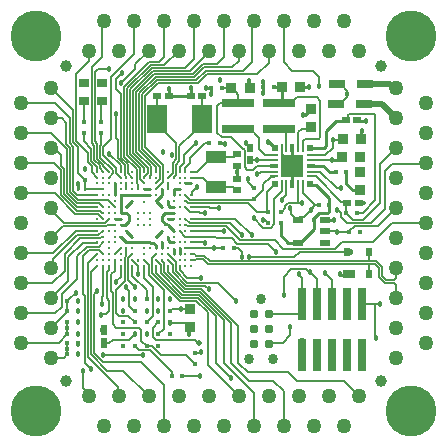
<source format=gtl>
G04*
G04 #@! TF.GenerationSoftware,Altium Limited,Altium Designer,23.0.1 (38)*
G04*
G04 Layer_Physical_Order=1*
G04 Layer_Color=1605085*
%FSLAX25Y25*%
%MOIN*%
G70*
G04*
G04 #@! TF.SameCoordinates,25558F71-17A0-4451-AE4F-E46AD001AD8B*
G04*
G04*
G04 #@! TF.FilePolarity,Positive*
G04*
G01*
G75*
%ADD10C,0.01000*%
%ADD13C,0.00800*%
%ADD15C,0.00500*%
%ADD18R,0.02756X0.02362*%
%ADD19R,0.07087X0.03937*%
%ADD20R,0.01378X0.01772*%
%ADD21R,0.02900X0.11000*%
G04:AMPARAMS|DCode=22|XSize=29mil|YSize=110mil|CornerRadius=7.25mil|HoleSize=0mil|Usage=FLASHONLY|Rotation=0.000|XOffset=0mil|YOffset=0mil|HoleType=Round|Shape=RoundedRectangle|*
%AMROUNDEDRECTD22*
21,1,0.02900,0.09550,0,0,0.0*
21,1,0.01450,0.11000,0,0,0.0*
1,1,0.01450,0.00725,-0.04775*
1,1,0.01450,-0.00725,-0.04775*
1,1,0.01450,-0.00725,0.04775*
1,1,0.01450,0.00725,0.04775*
%
%ADD22ROUNDEDRECTD22*%
%ADD23R,0.01772X0.01378*%
%ADD24R,0.03347X0.03150*%
%ADD25R,0.03347X0.02362*%
%ADD26R,0.03543X0.03740*%
%ADD27R,0.02559X0.01968*%
%ADD28C,0.01457*%
%ADD29R,0.06500X0.09449*%
%ADD30C,0.01200*%
%ADD31R,0.00984X0.01378*%
%ADD32R,0.00787X0.02756*%
%ADD33R,0.02300X0.02300*%
%ADD34R,0.02756X0.00787*%
%ADD35R,0.02300X0.02300*%
%ADD36R,0.01575X0.02756*%
%ADD37R,0.02756X0.01575*%
%ADD38R,0.07480X0.07480*%
%ADD39R,0.02362X0.03347*%
%ADD40R,0.05315X0.02756*%
%ADD41R,0.04331X0.03150*%
%ADD42R,0.02362X0.02756*%
%ADD43R,0.03740X0.03543*%
%ADD44R,0.10630X0.03150*%
%ADD45R,0.01968X0.02559*%
%ADD79C,0.03937*%
%ADD80C,0.03100*%
%ADD81C,0.02000*%
%ADD82C,0.02000*%
%ADD83C,0.00600*%
%ADD84C,0.00500*%
%ADD85C,0.03400*%
%ADD86C,0.05000*%
%ADD87C,0.17000*%
%ADD88C,0.01800*%
D10*
X85700Y117834D02*
X85728Y117862D01*
X85698Y117832D02*
Y117893D01*
X85532Y117811D02*
Y118008D01*
X85698Y117893D02*
Y119304D01*
X85628Y116003D02*
Y117826D01*
Y116003D02*
X85698D01*
X85667Y119335D02*
X85698Y119304D01*
X23972Y32437D02*
Y32500D01*
X23950Y32415D02*
X23972Y32437D01*
X38126Y81912D02*
X40056D01*
X38126Y79905D02*
Y81912D01*
X40056D02*
X40095Y81874D01*
X38126Y75968D02*
Y79905D01*
X39570Y72070D02*
X40900Y73400D01*
X38126Y72031D02*
X38164Y72070D01*
X39570D01*
X40900Y73400D02*
Y75163D01*
X36158Y74000D02*
X38126D01*
X107182Y76102D02*
X107768Y76688D01*
X102500Y70627D02*
Y73637D01*
Y74378D02*
X104225Y76102D01*
X102500Y73637D02*
Y74378D01*
X94062Y66062D02*
X97414D01*
X97935D01*
X104225Y76102D02*
X107182D01*
X97935Y66062D02*
X102500Y70627D01*
X107768Y76688D02*
Y78541D01*
Y80900D01*
X115978Y83632D02*
X117969D01*
X115499D02*
X115545D01*
X113372Y85759D02*
Y89500D01*
Y85759D02*
X115499Y83632D01*
X117886Y79435D02*
Y79526D01*
X117492Y79919D02*
X117886Y79526D01*
Y79435D02*
X119146D01*
X117492D02*
X117886D01*
X119146D02*
X119222Y79512D01*
X117969Y83632D02*
X118100Y83502D01*
Y94400D02*
Y94410D01*
X117999Y94511D02*
X118100Y94410D01*
X118124Y89628D02*
X118198Y89702D01*
X118100Y89604D02*
Y89653D01*
X105662Y91661D02*
X107823Y89500D01*
X109828D01*
X101500Y91661D02*
X105662D01*
X90948Y112848D02*
X92006Y113907D01*
X85698Y117893D02*
X85728Y117862D01*
X71123Y99178D02*
X72765D01*
X72851Y99092D01*
X68244Y117635D02*
X68262Y117653D01*
X66650Y117635D02*
X68244D01*
X66632Y117618D02*
X66650Y117635D01*
X109907Y106599D02*
X113065D01*
X106666Y103358D02*
X109907Y106599D01*
X106666Y98444D02*
Y103358D01*
X90499Y112391D02*
Y112848D01*
X92006Y113907D02*
Y117811D01*
X91638Y68486D02*
Y72701D01*
Y68486D02*
X94062Y66062D01*
X103319Y85350D02*
X107768Y80900D01*
X101709Y85350D02*
X103319D01*
X101303Y85756D02*
X101709Y85350D01*
X61567Y115102D02*
Y117554D01*
X40095Y81874D02*
X44032D01*
X23972Y39500D02*
X23972Y39500D01*
X24003Y85756D02*
X24004Y85755D01*
Y84040D02*
X24004Y84039D01*
X24004Y84040D02*
Y85755D01*
X31962Y119335D02*
X32087D01*
X31895Y119268D02*
X31962Y119335D01*
X25800Y119268D02*
X25867Y119335D01*
X25993D01*
X68262Y115711D02*
Y117653D01*
X89272Y117811D02*
X90499D01*
X54157Y115102D02*
Y117127D01*
Y115102D02*
X61567D01*
X81100Y117756D02*
X81204Y117653D01*
X81100Y117756D02*
Y119890D01*
X106272Y73542D02*
X106343Y73613D01*
X109126D01*
X109196Y73683D01*
X113065Y106599D02*
X113278Y106811D01*
X111507Y55393D02*
X114067D01*
X111400Y55500D02*
X111507Y55393D01*
X114067D02*
X114237Y55563D01*
X98109Y117811D02*
X98404Y118106D01*
X101062D01*
X44032Y81874D02*
X47969D01*
X108733Y93630D02*
X111015D01*
X81447Y97476D02*
Y97772D01*
X79942Y99276D02*
X81447Y97772D01*
X79840Y99276D02*
X79942D01*
X76902Y87543D02*
Y89650D01*
Y87543D02*
X77000Y87445D01*
X76803Y89748D02*
X76902Y89650D01*
X76803Y91467D02*
X77000Y91664D01*
X76803Y89748D02*
Y91467D01*
X91861Y95198D02*
X95398Y91661D01*
X108667Y28542D02*
Y28609D01*
X98954Y108517D02*
X99107Y108670D01*
X99654D02*
X101448Y110464D01*
X99107Y108670D02*
X99654D01*
X118667Y28542D02*
Y28609D01*
X103667Y28542D02*
Y28567D01*
X103700Y28600D01*
X53874Y66913D02*
Y68094D01*
X54661Y66126D02*
X55843D01*
X53874Y66913D02*
X54661Y66126D01*
X55635Y74000D02*
X55667Y74032D01*
X53005Y72400D02*
X53451D01*
X51906Y73500D02*
X53005Y72400D01*
X55667Y74032D02*
Y74068D01*
X51906Y75006D02*
X52830Y75930D01*
X53874Y72031D02*
Y72031D01*
Y72031D02*
X55843Y70063D01*
X53874Y74000D02*
X55635D01*
X51906Y73500D02*
Y75006D01*
X55900Y62388D02*
Y64100D01*
X55881Y62369D02*
X55900Y62388D01*
X51906Y64157D02*
Y66126D01*
X55881Y62227D02*
Y62369D01*
X57811Y62361D02*
Y64157D01*
X54517Y77975D02*
X55804D01*
X51900Y81880D02*
Y83837D01*
Y81880D02*
X51906Y81874D01*
Y81874D02*
Y81874D01*
X51900Y83837D02*
X51906Y83842D01*
X53874Y78618D02*
Y79905D01*
Y78618D02*
X54517Y77975D01*
X53836Y75930D02*
X53874Y75968D01*
X55804Y77975D02*
X55843Y77937D01*
X53874Y75968D02*
X55843D01*
X52830Y75930D02*
X53836D01*
X55843Y62189D02*
X55881Y62227D01*
X55843Y83842D02*
X57811D01*
X55843Y81874D02*
Y83842D01*
X46000D02*
X47969D01*
X42094Y79905D02*
X42100Y79900D01*
X42063Y79905D02*
X42094D01*
X40095Y77937D02*
X42057Y79900D01*
X40095Y75968D02*
X40900Y75163D01*
X49937Y79905D02*
X51906Y77937D01*
X49937Y79905D02*
X51906Y81874D01*
X45893Y83842D02*
X46000D01*
X38126Y75968D02*
X40095D01*
X36158Y81874D02*
Y85811D01*
X40095Y70063D02*
X42063Y68094D01*
X40095Y70063D02*
X40149D01*
X38126Y68094D02*
X40095Y66126D01*
X44032D01*
X47969D01*
X49899Y64196D02*
X49937Y64157D01*
X59780Y85811D02*
X61748D01*
X49937Y68094D02*
X51906Y70063D01*
X49899Y64196D02*
Y65201D01*
X49012Y66088D02*
X49899Y65201D01*
X48007Y66088D02*
X49012D01*
X47969Y66126D02*
X48007Y66088D01*
X38100Y68100D02*
X38120D01*
X38126Y68094D01*
X95398Y85559D02*
Y91306D01*
X111015Y93630D02*
X111897Y94511D01*
X108667Y93621D02*
X108733Y93555D01*
X105789Y97567D02*
X106666Y98444D01*
X101303Y97567D02*
X105789D01*
X101448Y110464D02*
Y110562D01*
X81204Y117653D02*
X81302Y117554D01*
X118340Y100511D02*
Y103031D01*
X118477Y103168D01*
X95398Y91306D02*
Y91661D01*
Y91306D02*
X95445Y91259D01*
X117511Y106711D02*
X120052D01*
X117411Y106811D02*
X117511Y106711D01*
X87533Y99526D02*
X89492Y97567D01*
X87374Y99526D02*
X87533D01*
X95398Y91661D02*
Y97764D01*
D13*
X23950Y28875D02*
X23972Y28896D01*
X23950Y35563D02*
X23972Y35585D01*
Y28896D02*
Y29000D01*
Y35585D02*
Y35648D01*
X122531Y108949D02*
X123000Y108481D01*
X118897Y76101D02*
X123000Y80204D01*
Y108481D01*
X114437Y108949D02*
X122531D01*
X84309Y97178D02*
Y101038D01*
X86283Y95205D02*
X89295D01*
X84309Y97178D02*
X86283Y95205D01*
X110135Y84302D02*
X111752D01*
X104745Y89693D02*
X110135Y84302D01*
X101500Y88118D02*
X103390D01*
X111741Y79766D01*
X113084Y79287D02*
Y79555D01*
X112873Y79766D02*
X113084Y79555D01*
X111741Y79766D02*
X112873D01*
X92123Y113623D02*
X96016D01*
X96947Y114554D01*
X90948Y112448D02*
X92123Y113623D01*
X90948Y112448D02*
X91032D01*
X75200Y117653D02*
X76571Y116281D01*
Y116183D02*
Y116281D01*
Y116183D02*
X77420Y115334D01*
X71805Y117653D02*
X75200D01*
X77420Y112848D02*
Y115334D01*
X77214Y112642D02*
X77420Y112848D01*
X96947Y114554D02*
X103449D01*
X104745Y113258D01*
X70391Y102753D02*
Y111659D01*
X71374Y112642D02*
X77214D01*
X70391Y111659D02*
X71374Y112642D01*
X70391Y102753D02*
X71873Y101271D01*
X75099D01*
X78598Y97772D01*
X55432Y44030D02*
X58393D01*
X54661Y43437D02*
X54839D01*
X55432Y44030D01*
X104745Y101271D02*
Y113258D01*
X104181Y100707D02*
X104745Y101271D01*
X99646Y100707D02*
X104181D01*
X98941Y97764D02*
Y100003D01*
X99646Y100707D01*
X111455Y118800D02*
X113475Y116780D01*
Y115520D02*
X113667Y115711D01*
X113475Y114554D02*
Y115520D01*
Y115903D02*
Y116780D01*
X111243Y112321D02*
X113475Y114554D01*
Y115903D02*
X113667Y115711D01*
X110176Y118800D02*
X111455D01*
X109963Y112321D02*
X111243D01*
X54661Y39500D02*
X54764Y39397D01*
X34447Y32515D02*
X35533Y33600D01*
X40887D02*
X42850Y35563D01*
X35533Y33600D02*
X40887D01*
X32500Y32515D02*
X34447D01*
X78598Y97772D02*
X78662D01*
X79562Y96871D01*
Y91169D02*
Y96871D01*
Y91169D02*
X80355Y90376D01*
X83724Y91661D02*
X89295D01*
X82439Y90376D02*
X83724Y91661D01*
X80355Y90376D02*
X82439D01*
X113969Y108481D02*
X114437Y108949D01*
X113969Y107207D02*
Y108481D01*
X113573Y106811D02*
X113969Y107207D01*
X113278Y106811D02*
X113573D01*
X116804Y76101D02*
X118897D01*
X90948Y104187D02*
X92254D01*
X93429Y103012D01*
Y97764D02*
Y103012D01*
X83600Y93630D02*
X89295D01*
X81553D02*
X83600D01*
X81447Y93736D02*
X81553Y93630D01*
X77420Y104187D02*
X81160D01*
X84309Y101038D01*
X98733Y28609D02*
X98941D01*
X98667Y28542D02*
X98733Y28609D01*
X61000Y35500D02*
Y35506D01*
X61142Y35648D01*
Y37715D01*
X61354Y37927D01*
X54764Y39397D02*
X59983D01*
X61354Y38026D01*
Y37927D02*
Y38026D01*
X58393Y44030D02*
X61354D01*
X101500Y89693D02*
X104745D01*
X101509Y93621D02*
X108667D01*
X91861Y95198D02*
Y97757D01*
D15*
X27500Y126500D02*
Y130000D01*
X23312Y122312D02*
X27500Y126500D01*
X28541Y124541D02*
X32007Y128007D01*
Y139507D01*
X28541Y99264D02*
Y124541D01*
X23312Y100086D02*
Y122312D01*
X25600Y17552D02*
Y23300D01*
Y17552D02*
X27500Y15652D01*
Y15000D02*
Y15652D01*
X113452Y72542D02*
X121619D01*
X126300Y77223D02*
Y89823D01*
X121619Y72542D02*
X126300Y77223D01*
X31720Y42248D02*
X33234D01*
X40716Y41635D02*
X42850Y39500D01*
X44976Y33438D02*
X46787Y31626D01*
X44305Y37770D02*
X44976Y37099D01*
X31488Y42016D02*
X31720Y42248D01*
X37645Y41635D02*
X40716D01*
X36776Y42503D02*
Y50409D01*
X44976Y33438D02*
Y37099D01*
X36776Y42503D02*
X37645Y41635D01*
X38426Y119268D02*
X42990Y123832D01*
X36776Y120580D02*
X38704Y122508D01*
X42500Y128800D02*
Y140000D01*
X35000Y100582D02*
Y121300D01*
X38704Y122508D02*
Y122599D01*
X35000Y121300D02*
X42500Y128800D01*
X59508Y124268D02*
X62500Y127260D01*
Y140000D01*
X118856Y73542D02*
X124750Y79435D01*
X128777Y92300D02*
X139800D01*
X126300Y89823D02*
X128777Y92300D01*
X124750Y92250D02*
X130000Y97500D01*
X124750Y79435D02*
Y92250D01*
X129290Y53500D02*
X130000Y54210D01*
X125179Y55036D02*
Y57986D01*
X123372Y59793D02*
X125179Y57986D01*
Y55036D02*
X126714Y53500D01*
X129290D01*
X112494Y20006D02*
X117500Y15000D01*
X93970Y22853D02*
X96816Y20006D01*
X112494D01*
X81605Y80289D02*
X82092D01*
X82531Y80728D01*
X81603Y80287D02*
X81605Y80289D01*
X61366Y80287D02*
X81603D01*
X44862Y26238D02*
X52500Y18600D01*
Y5000D02*
Y18600D01*
X32295Y26238D02*
X44862D01*
X50071Y55920D02*
X58341Y47650D01*
X50071Y55920D02*
Y58118D01*
X63437Y46650D02*
X67225Y42861D01*
X64265Y48650D02*
X72500Y40415D01*
X48587Y55990D02*
X57927Y46650D01*
X63851Y47650D02*
X69866Y41635D01*
X49937Y58252D02*
X50071Y58118D01*
X58341Y47650D02*
X63851D01*
X57927Y46650D02*
X63437D01*
X58756Y48650D02*
X64265D01*
X69866Y25834D02*
Y41635D01*
X51524Y55881D02*
X58756Y48650D01*
X67225Y25275D02*
Y42861D01*
X48587Y55990D02*
Y60839D01*
X18631Y44741D02*
Y48956D01*
X23600Y53925D01*
Y61505D01*
X32409Y97991D02*
X35000Y100582D01*
X28541Y99264D02*
X29409Y98396D01*
X113359Y76199D02*
Y79287D01*
X113260Y76101D02*
X113359Y76199D01*
X113260Y75904D02*
Y76101D01*
X111804Y66126D02*
X122326D01*
X92390Y64044D02*
X109722D01*
X111804Y66126D01*
X57811Y70063D02*
X59774Y68100D01*
X69776D01*
X75322Y67485D02*
X77070Y65737D01*
X70391Y67485D02*
X75322D01*
X69776Y68100D02*
X70391Y67485D01*
X76349Y74000D02*
X81900Y68449D01*
X61748Y74000D02*
X76349D01*
X65593Y60635D02*
X67435Y58793D01*
X120778D01*
X67849Y59793D02*
X120937D01*
X66007Y61635D02*
X67849Y59793D01*
X63437Y61635D02*
X66007D01*
X63437Y60635D02*
X65593D01*
X66983Y122268D02*
X83770D01*
X87500Y125998D02*
Y130000D01*
X83770Y122268D02*
X87500Y125998D01*
X78875Y123374D02*
X81900Y126399D01*
X63353Y120268D02*
X66460Y123374D01*
X78875D01*
X63982Y119268D02*
X66983Y122268D01*
X16134Y82500D02*
X23107Y75527D01*
X32031Y75968D02*
X32221D01*
X31413Y76587D02*
X32031Y75968D01*
X23461Y76587D02*
X31413D01*
X23107Y75527D02*
X30634D01*
X32161Y74000D01*
X18250Y81798D02*
X23461Y76587D01*
X70680Y52650D02*
X76600Y46730D01*
X64568Y76095D02*
X65951D01*
X66200Y75846D01*
X46447Y97804D02*
Y115056D01*
X52287Y86193D02*
Y91964D01*
X46447Y97804D02*
X52287Y91964D01*
X43447Y96423D02*
Y116298D01*
X40570Y89273D02*
Y92229D01*
X38126Y89748D02*
Y91844D01*
X42447Y96009D02*
Y116713D01*
X38447Y94352D02*
X40570Y92229D01*
X40447Y95180D02*
X44600Y91027D01*
X45943Y89805D02*
X46000Y89748D01*
X42447Y96009D02*
X47350Y91106D01*
X39570Y88494D02*
Y91815D01*
X38447Y94352D02*
Y115711D01*
X37263Y94121D02*
Y100311D01*
X43447Y96423D02*
X48350Y91520D01*
X41447Y95595D02*
X45943Y91098D01*
Y89805D02*
Y91098D01*
X44447Y96837D02*
Y115884D01*
X45447Y97251D02*
X51287Y91411D01*
X44600Y87211D02*
Y91027D01*
X39447Y94766D02*
X43539Y90674D01*
X51287Y87161D02*
Y91411D01*
X47350Y89189D02*
Y91106D01*
X45447Y97251D02*
Y115470D01*
X41447Y95595D02*
Y117127D01*
X43539Y85914D02*
Y90674D01*
X44447Y96837D02*
X49937Y91347D01*
X48350Y88775D02*
Y91520D01*
X37263Y94121D02*
X39570Y91815D01*
X49937Y89748D02*
Y91347D01*
X40447Y95180D02*
Y117541D01*
X39447Y94766D02*
Y117955D01*
X34447Y95523D02*
X38126Y91844D01*
X34447Y95523D02*
Y95681D01*
X49937Y83842D02*
X52287Y86193D01*
X57811Y91126D02*
X59170Y92485D01*
Y95140D02*
X63437Y99406D01*
X59170Y92485D02*
Y95140D01*
X59780Y89748D02*
Y91094D01*
X61354Y92669D02*
Y94196D01*
X59780Y91094D02*
X61354Y92669D01*
Y94196D02*
X66336Y99178D01*
X67580D01*
X98497Y103955D02*
X100943D01*
X101448Y104460D01*
X81900Y126399D02*
Y139400D01*
X77500Y126744D02*
Y130000D01*
X75355Y124599D02*
X77500Y126744D01*
X66098Y124599D02*
X75355D01*
X65684Y125599D02*
X70258D01*
X62352Y122268D02*
X65684Y125599D01*
X70258D02*
X72500Y127841D01*
X62766Y121268D02*
X66098Y124599D01*
X89438Y80702D02*
X91854Y83119D01*
Y85559D01*
X89438Y79219D02*
Y80702D01*
X101744Y76933D02*
Y77320D01*
X102173Y77749D01*
Y77803D02*
X103030Y78660D01*
X102173Y77749D02*
Y77803D01*
X103030Y78660D02*
X104106D01*
X98941Y82749D02*
Y85559D01*
Y82749D02*
X103030Y78660D01*
X104106D02*
X104225Y78541D01*
X99249Y74473D02*
X101710Y76933D01*
X97725Y74473D02*
X99249D01*
X97493Y74241D02*
X97725Y74473D01*
X94937Y75527D02*
X96922Y73542D01*
X94937Y75527D02*
Y77388D01*
X111507Y74487D02*
X113452Y72542D01*
X110575Y76933D02*
X111507Y76002D01*
Y74487D02*
Y76002D01*
X110380Y76933D02*
X110575D01*
X113260Y75904D02*
X115622Y73542D01*
X118856D01*
X122326Y66126D02*
X128700Y72500D01*
X130000Y47500D02*
Y51790D01*
X126300Y52500D02*
X129290D01*
X130000Y51790D01*
Y54210D02*
Y57500D01*
X124179Y54621D02*
X126300Y52500D01*
X124179Y54621D02*
Y57500D01*
X122886Y58793D02*
X124179Y57500D01*
X120778Y58793D02*
X122886D01*
X120937Y59793D02*
X123372D01*
X77411Y64200D02*
X78518Y63093D01*
X82750Y61404D02*
X83000Y61154D01*
X81100Y61443D02*
X81138Y61404D01*
X83000Y61154D02*
X96017D01*
X78518Y61523D02*
X78598Y61443D01*
X78518Y61523D02*
Y63093D01*
X120778Y58793D02*
X120937Y58634D01*
X81138Y61404D02*
X82750D01*
X120937Y55563D02*
Y58634D01*
Y59793D02*
Y63044D01*
X96017Y61154D02*
X97906Y63044D01*
X87257Y65737D02*
X90090Y62905D01*
X62882Y62189D02*
X63437Y61635D01*
X61748Y62189D02*
X62882D01*
X63022Y60220D02*
X63437Y60635D01*
X61748Y60220D02*
X63022D01*
X118667Y45542D02*
X118709Y45500D01*
X123000D01*
X124600D01*
X123000Y34500D02*
Y45500D01*
X123000Y45500D02*
X123000Y45500D01*
X94688Y35250D02*
Y37927D01*
X87938Y32754D02*
X92191D01*
X94688Y35250D01*
X87600Y32415D02*
X87938Y32754D01*
X36158Y62189D02*
X38126Y64157D01*
X36776Y50409D02*
X39520Y53153D01*
X5000Y102500D02*
X15100D01*
X20250Y97350D01*
X31409Y94437D02*
Y98405D01*
X32409Y95230D02*
Y97991D01*
X31773Y98769D02*
Y102688D01*
X31409Y98405D02*
X31773Y98769D01*
X29663Y99808D02*
Y122910D01*
X30409Y93960D02*
Y99063D01*
X29663Y99808D02*
X30409Y99063D01*
X29409Y93546D02*
Y98396D01*
X25800Y99943D02*
Y102657D01*
Y99943D02*
X28409Y97334D01*
Y93131D02*
Y97334D01*
X29663Y122910D02*
X30745Y123992D01*
X34107D01*
X28409Y93131D02*
X30118Y91422D01*
X32409Y95230D02*
X36776Y90863D01*
X29409Y93546D02*
X31118Y91836D01*
X30409Y93960D02*
X32298Y92071D01*
X31409Y94437D02*
X35539Y90307D01*
X27316Y92810D02*
X28541Y91585D01*
X27316Y92810D02*
Y96082D01*
X23312Y100086D02*
X27316Y96082D01*
X36776Y89130D02*
Y90863D01*
X28541Y89490D02*
Y91585D01*
X92500Y54697D02*
X95058Y57255D01*
X100061D01*
X77070Y65737D02*
X87257D01*
X77991Y66799D02*
X89635D01*
X92390Y64044D01*
X74661Y72500D02*
X78675Y68486D01*
Y68449D02*
Y68486D01*
X73290Y71500D02*
X77991Y66799D01*
X72287Y70063D02*
X72500Y69850D01*
X61748Y70063D02*
X72287D01*
X60501Y71500D02*
X73290D01*
X61279Y72500D02*
X74661D01*
X61748Y77937D02*
X67611D01*
X67911Y77637D01*
X55461Y92475D02*
X56775Y93789D01*
Y99264D01*
X62407Y102780D02*
X65408Y105780D01*
X62304Y102780D02*
X62407D01*
X57775Y93375D02*
Y98251D01*
X62304Y102780D01*
X65408Y105780D02*
Y107254D01*
X53447Y102592D02*
X56775Y99264D01*
X53447Y102592D02*
Y104254D01*
X56461Y92061D02*
X57775Y93375D01*
X56461Y88587D02*
Y92061D01*
X50417Y107284D02*
X53447Y104254D01*
X42990Y123832D02*
Y125490D01*
X47500Y130000D01*
X52500Y127800D02*
Y140000D01*
X50968Y126268D02*
X52500Y127800D01*
X72500Y127841D02*
Y140000D01*
X92500Y126319D02*
Y140000D01*
Y126319D02*
X95445Y123374D01*
X102244D01*
X104227Y121391D01*
Y118313D02*
Y121391D01*
X124042Y71542D02*
X130000Y77500D01*
X116135Y71542D02*
X124042D01*
X38126Y54765D02*
Y58252D01*
X36650Y53289D02*
X38126Y54765D01*
X34189Y56945D02*
Y58252D01*
X33635Y56391D02*
X34189Y56945D01*
X33635Y47506D02*
Y56391D01*
Y47506D02*
X34411Y46730D01*
X36650Y52937D02*
Y53289D01*
X35000Y50005D02*
Y55563D01*
Y50005D02*
X35650Y49355D01*
X35000Y55563D02*
X36158Y56721D01*
X46000Y54285D02*
X48968Y51317D01*
Y41681D02*
Y51317D01*
X46000Y54285D02*
Y58252D01*
X42063Y54848D02*
Y58252D01*
X46787Y47374D02*
Y50123D01*
X42063Y54848D02*
X46787Y50123D01*
X44032Y55600D02*
Y58252D01*
X52524Y37363D02*
Y50183D01*
X47587Y55120D02*
X52524Y50183D01*
X46787Y39500D02*
X48968Y41681D01*
X46787Y43413D02*
Y43437D01*
Y43413D02*
X46800Y43400D01*
X48968Y34462D02*
Y37744D01*
X50724Y39500D01*
X74900Y26084D02*
Y39429D01*
X80984Y20000D02*
X89091D01*
X74900Y26084D02*
X80984Y20000D01*
X60007Y51650D02*
X66427D01*
X67504Y50572D01*
X57811Y56817D02*
Y58252D01*
X60329Y54300D02*
X64862D01*
X57811Y56817D02*
X60329Y54300D01*
X55461Y56195D02*
Y58634D01*
X60421Y52650D02*
X70680D01*
X56461Y56609D02*
Y59661D01*
X59592Y50650D02*
X65093D01*
X52524Y56295D02*
Y59412D01*
X51524Y55881D02*
Y58634D01*
X55461Y56195D02*
X60007Y51650D01*
X53874Y56368D02*
Y58252D01*
X56461Y56609D02*
X60421Y52650D01*
X59170Y49650D02*
X64679D01*
X53874Y56368D02*
X59592Y50650D01*
X52524Y56295D02*
X59170Y49650D01*
X47587Y55120D02*
Y58634D01*
X53874Y60220D02*
X55461Y58634D01*
X53933Y62189D02*
X56461Y59661D01*
X53874Y62189D02*
X53933D01*
X22353Y83351D02*
Y98075D01*
X21162Y99266D02*
Y106088D01*
X20250Y82626D02*
Y97350D01*
X20112Y98902D02*
X21250Y97764D01*
X21162Y99266D02*
X22353Y98075D01*
X18631Y107500D02*
X20112Y106018D01*
X21250Y83040D02*
Y97764D01*
X20112Y98902D02*
Y106018D01*
X28316Y28803D02*
X33719Y23400D01*
X39100D01*
X47500Y15000D01*
X35650Y38897D02*
X36776Y37770D01*
X35650Y38897D02*
Y49355D01*
X40100Y51048D02*
Y51400D01*
X41056Y44987D02*
X42606Y43437D01*
X41056Y44987D02*
Y50092D01*
X40100Y51048D02*
X41056Y50092D01*
X101094Y56222D02*
X101362D01*
X100061Y57255D02*
X101094Y56222D01*
X98667Y45542D02*
Y54438D01*
X97500Y55604D02*
Y55605D01*
X101362Y56222D02*
X103667Y53917D01*
X97500Y55604D02*
X98667Y54438D01*
X75972Y64200D02*
X77411D01*
X92006Y80629D02*
X93429Y82051D01*
Y85559D01*
X92006Y80287D02*
Y80629D01*
X95740Y79225D02*
X97414D01*
X94004Y79287D02*
X95678D01*
X94688Y77637D02*
X94937Y77388D01*
X93038Y77448D02*
Y78320D01*
X95678Y79287D02*
X95740Y79225D01*
X97414D02*
Y85511D01*
X91835Y76245D02*
X93038Y77448D01*
Y78320D02*
X94004Y79287D01*
X97414Y79225D02*
X98631D01*
X61354Y76362D02*
X64300D01*
X64568Y76095D01*
X16297Y112500D02*
X21162Y107635D01*
X15000Y107500D02*
X18631D01*
X21162Y106088D02*
Y107635D01*
X34107Y123992D02*
X34151Y123948D01*
X26404Y84039D02*
X26601Y83842D01*
X32221D01*
Y48240D02*
Y58252D01*
X32194Y28672D02*
X32266Y28600D01*
X45477D01*
X31841Y47861D02*
X32221Y48240D01*
X31841Y45500D02*
Y47861D01*
X33234Y42248D02*
X34411Y43425D01*
Y46730D01*
X29316Y29217D02*
Y48856D01*
X30118Y49658D02*
Y49799D01*
X29316Y48856D02*
X30118Y49658D01*
X27316Y59253D02*
X30252Y62189D01*
X27316Y28006D02*
Y59253D01*
X26316Y25942D02*
X28158Y24100D01*
X25700Y48956D02*
X26316Y48340D01*
X27316Y28006D02*
X37365Y17957D01*
X28316Y56316D02*
X30252Y58252D01*
X28316Y28803D02*
Y56316D01*
X29316Y29217D02*
X32295Y26238D01*
X26316Y25942D02*
Y48340D01*
X48968Y34462D02*
X49830Y33600D01*
X62876D02*
X63961Y32515D01*
X64265D01*
X49830Y33600D02*
X62876D01*
X59959Y28600D02*
X62831Y25728D01*
X51660Y28600D02*
X59959D01*
X62831Y25728D02*
X63028D01*
X46787Y31626D02*
X48634D01*
X51660Y28600D01*
X44329Y30148D02*
X47918D01*
X55223Y22843D01*
Y21505D02*
Y22843D01*
X45477Y28600D02*
X45579Y28498D01*
X58772Y21500D02*
X64679D01*
X55223Y21505D02*
X55228Y21500D01*
X42850Y31626D02*
X44329Y30148D01*
X37365Y15135D02*
X37500Y15000D01*
X37365Y15135D02*
Y17957D01*
X21068Y47285D02*
X23134Y49351D01*
X20867Y47285D02*
X21068D01*
X20428Y46650D02*
Y46847D01*
X20867Y47285D01*
X20428Y43139D02*
Y46650D01*
Y30707D02*
Y32500D01*
Y29000D02*
Y30707D01*
Y28803D02*
Y29000D01*
X20428Y32500D02*
X20428Y32500D01*
Y37534D02*
Y39500D01*
Y35648D02*
Y37534D01*
Y35451D02*
Y35648D01*
X20428Y39500D02*
X20428Y39500D01*
X16390Y42500D02*
X18631Y44741D01*
X27752Y63539D02*
X30871D01*
X25700Y61487D02*
X27752Y63539D01*
X23600Y61505D02*
X26795Y64700D01*
X30795D01*
X20650Y53150D02*
Y61154D01*
X25497Y66001D01*
X30127D01*
X24775Y67485D02*
X31421D01*
X19632Y62342D02*
X24775Y67485D01*
X15717Y62500D02*
X23280Y70063D01*
X30252D01*
X15000Y67500D02*
X19100Y71600D01*
X33203D01*
X19431Y72600D02*
X32789D01*
X15000Y77031D02*
X19431Y72600D01*
X26404Y84039D02*
Y86986D01*
X26336Y87055D02*
X26404Y86986D01*
X22353Y83351D02*
X23697Y82008D01*
X15000Y77031D02*
Y77500D01*
X18250Y91711D02*
Y95279D01*
X15000Y97500D02*
X16029D01*
X18250Y95279D01*
X5300Y112500D02*
X16297D01*
X90499Y117811D02*
X92006D01*
X55843Y87779D02*
Y87969D01*
X56461Y88587D01*
X55461Y89367D02*
Y92475D01*
X53874Y87779D02*
X55461Y89367D01*
X50417Y107284D02*
Y115102D01*
X65307Y107355D02*
Y115102D01*
Y107355D02*
X65408Y107254D01*
X139800Y92300D02*
X140000Y92500D01*
X114395Y69605D02*
Y69802D01*
X116135Y71542D01*
X110308Y69605D02*
X114395D01*
X115044Y63044D02*
X115100Y63100D01*
X113450Y63044D02*
X115044D01*
X36650Y100925D02*
Y108949D01*
Y100925D02*
X37263Y100311D01*
X39447Y117955D02*
X47759Y126268D01*
X40447Y117541D02*
X48174Y125268D01*
X41447Y117127D02*
X48588Y124268D01*
X44447Y115884D02*
X49830Y121268D01*
X45447Y115470D02*
X50245Y120268D01*
X36776Y117382D02*
X38447Y115711D01*
X43447Y116298D02*
X49416Y122268D01*
X46447Y115056D02*
X50659Y119268D01*
X42447Y116713D02*
X49002Y123268D01*
X36776Y117382D02*
Y120580D01*
Y89130D02*
X38126Y87779D01*
X35539Y89130D02*
Y90307D01*
X34189Y87779D02*
X35539Y89130D01*
X32007Y139507D02*
X32500Y140000D01*
X31118Y90851D02*
Y91836D01*
X30118Y89882D02*
X30252Y89748D01*
X32298Y91639D02*
X34189Y89748D01*
X31118Y90851D02*
X32221Y89748D01*
X32298Y91639D02*
Y92071D01*
X30118Y89882D02*
Y91422D01*
X48588Y124268D02*
X59508D01*
X49830Y121268D02*
X62766D01*
X47759Y126268D02*
X50968D01*
X50659Y119268D02*
X63982D01*
X49416Y122268D02*
X62352D01*
X50245Y120268D02*
X63353D01*
X49002Y123268D02*
X61216D01*
X48174Y125268D02*
X52768D01*
X61216Y123268D02*
X67500Y129552D01*
Y130000D01*
X81900Y139400D02*
X82500Y140000D01*
X52768Y125268D02*
X57500Y130000D01*
X39570Y88494D02*
X40095Y87969D01*
X40570Y89273D02*
X42063Y87779D01*
X40095D02*
Y87969D01*
X43539Y85914D02*
X44032Y85422D01*
X44600Y87211D02*
X46000Y85811D01*
X28541Y89490D02*
X30252Y87779D01*
X19250Y82212D02*
Y90711D01*
X18250Y91711D02*
X19250Y90711D01*
X16047Y92500D02*
X18250Y90297D01*
Y81798D02*
Y90297D01*
X23589Y79287D02*
X30871D01*
X20250Y82626D02*
X23589Y79287D01*
X19250Y82212D02*
X23525Y77937D01*
X23697Y82008D02*
X30118D01*
X24003Y80287D02*
X33808D01*
X5000Y82500D02*
X16134D01*
X21250Y83040D02*
X24003Y80287D01*
X23525Y77937D02*
X30252D01*
X20428Y42942D02*
Y43139D01*
X15000Y37500D02*
Y37514D01*
X20428Y42942D01*
X17477Y32500D02*
X20428Y35451D01*
X5000Y32500D02*
X17477D01*
X15000Y27500D02*
X19125D01*
X20428Y28803D01*
X20428Y46650D02*
X20428Y46650D01*
X25700Y48956D02*
Y61487D01*
X30127Y66001D02*
X30252Y66126D01*
X5000Y42500D02*
X16390D01*
X15000Y47500D02*
X20650Y53150D01*
X30871Y63539D02*
X32221Y62189D01*
X5000Y52500D02*
X15436D01*
X19632Y56696D01*
Y62342D01*
X15640Y60750D02*
X23491Y68602D01*
X31421Y67485D02*
X32031Y68094D01*
X32221D01*
X30759Y68602D02*
X32221Y70063D01*
X23491Y68602D02*
X30759D01*
X15640Y58139D02*
Y60750D01*
X15000Y57500D02*
X15640Y58139D01*
X5000Y62500D02*
X15717D01*
X33203Y71600D02*
X33635Y72031D01*
X32789Y72600D02*
X34189Y74000D01*
X5000Y92500D02*
X16047D01*
X30118Y82008D02*
X30252Y81874D01*
X33808Y80287D02*
X36158Y77937D01*
X46000Y87779D02*
Y87839D01*
X48102Y87914D02*
Y88527D01*
X47969Y87779D02*
X48102Y87914D01*
Y88527D02*
X48350Y88775D01*
X46000Y87839D02*
X47350Y89189D01*
X59780Y74000D02*
X61279Y72500D01*
X59780Y72031D02*
X59969D01*
X60501Y71500D01*
X97366Y85559D02*
X97414Y85511D01*
X83634Y88826D02*
X83986D01*
X84852Y89693D02*
X89295D01*
X83986Y88826D02*
X84852Y89693D01*
X82531Y74241D02*
X85770Y71003D01*
X88311D01*
X61882Y82008D02*
Y83061D01*
X63593Y84772D01*
X61748Y81874D02*
X61882Y82008D01*
X88311Y71003D02*
X89438Y72129D01*
Y79219D01*
X96922Y73542D02*
X97414D01*
X75816Y94614D02*
X76803Y95601D01*
X70034Y94614D02*
X75816D01*
X76803Y95601D02*
X77000D01*
X70034Y84772D02*
X75540D01*
X76803Y83508D01*
X77000D01*
X68459Y84772D02*
X70034D01*
X61748Y87779D02*
X65451D01*
X68459Y84772D01*
X63593Y89748D02*
X68459Y94614D01*
X70034D01*
X61748Y89748D02*
X63593D01*
X91638Y76245D02*
X91835D01*
X83634D02*
X87285D01*
X87374D01*
X86846Y76684D02*
X87285Y76245D01*
X86846Y76684D02*
Y83110D01*
X88167Y87974D02*
X89152D01*
X85667Y83667D02*
Y85474D01*
X89152Y87974D02*
X89295Y88118D01*
X82650Y80650D02*
X85667Y83667D01*
Y85474D02*
X88167Y87974D01*
X86846Y83110D02*
X89492Y85756D01*
X80591Y79287D02*
X83634Y76245D01*
X60588Y79287D02*
X80591D01*
X67911Y77637D02*
X71000D01*
X59969Y79905D02*
X60588Y79287D01*
X59780Y81874D02*
X61366Y80287D01*
X59780Y79905D02*
X59969D01*
X123000Y34500D02*
X123200Y34300D01*
X92500Y48649D02*
Y54697D01*
X97467Y42415D02*
X98667Y43615D01*
Y45542D01*
X87600Y42415D02*
X97467D01*
X77420Y25904D02*
Y38323D01*
X65093Y50650D02*
X77420Y38323D01*
Y25904D02*
X80471Y22853D01*
X128700Y72500D02*
X140000D01*
X69351Y64200D02*
X72428D01*
X59822D02*
X69351D01*
X97906Y63044D02*
X113450D01*
X72428Y64003D02*
Y64200D01*
X106272Y55950D02*
X108667Y53555D01*
Y45542D02*
Y53555D01*
X103667Y45542D02*
Y53917D01*
X59780Y64157D02*
X59822Y64200D01*
X80471Y22853D02*
X93970D01*
X64679Y49650D02*
X74900Y39429D01*
X72500Y25871D02*
Y40415D01*
X67225Y25275D02*
X77500Y15000D01*
X72500Y25871D02*
X82500Y15871D01*
Y5000D02*
Y15871D01*
X97500Y15000D02*
Y15936D01*
X92500Y5000D02*
Y16591D01*
X89091Y20000D02*
X92500Y16591D01*
X69866Y25834D02*
X74900Y20800D01*
X50724Y35563D02*
X52524Y37363D01*
X28158Y24100D02*
X28400D01*
X36776Y37770D02*
X44305D01*
X36158Y56721D02*
Y60220D01*
X50724Y43400D02*
Y43437D01*
X44032Y60031D02*
Y60220D01*
X42606Y43437D02*
X42850D01*
X39520Y53153D02*
Y61060D01*
X42063Y60220D02*
X44032Y58252D01*
X40713Y53487D02*
X42800Y51400D01*
X40713Y53487D02*
Y60839D01*
X42063Y62189D01*
X65700Y115102D02*
X65897Y115299D01*
X49937Y60220D02*
X51524Y58634D01*
X51906Y60031D02*
X52524Y59412D01*
X51906Y60031D02*
Y60220D01*
X46000D02*
X47587Y58634D01*
X48587Y60839D02*
X49937Y62189D01*
X39520Y61060D02*
X40095Y61635D01*
Y64157D01*
X33635Y72031D02*
X36158D01*
X32161Y74000D02*
X32221D01*
X30871Y79287D02*
X32221Y77937D01*
X49937Y85811D02*
X51287Y87161D01*
X53874Y83842D02*
Y85811D01*
X40095Y83842D02*
Y85811D01*
X46000D02*
X46000D01*
X44032Y83842D02*
Y85422D01*
X57811Y89748D02*
Y91126D01*
X61748Y66126D02*
X66102D01*
X30795Y64700D02*
X32221Y66126D01*
X59780Y77937D02*
X61354Y76362D01*
X112138Y100412D02*
X112237Y100511D01*
X108930Y100412D02*
X112138D01*
X97366Y102825D02*
X98497Y103955D01*
X97366Y97764D02*
Y102825D01*
X106379Y95205D02*
X108831Y97656D01*
X101500Y95205D02*
X106379D01*
X108831Y97656D02*
Y100314D01*
X106272Y69802D02*
X110111D01*
X110308Y69605D01*
D18*
X77000Y87445D02*
D03*
Y83508D02*
D03*
Y91664D02*
D03*
Y95601D02*
D03*
D19*
X70034Y84772D02*
D03*
Y94614D02*
D03*
D20*
X113372Y89500D02*
D03*
X109828D02*
D03*
X58772Y21500D02*
D03*
X55228D02*
D03*
X23972Y32500D02*
D03*
X20428D02*
D03*
X23972Y39500D02*
D03*
X20428D02*
D03*
X23972Y46650D02*
D03*
X20428D02*
D03*
X117938Y69605D02*
D03*
X114395D02*
D03*
X72428Y64200D02*
D03*
X75972D02*
D03*
X20428Y35648D02*
D03*
X23972D02*
D03*
X107768Y78541D02*
D03*
X104225D02*
D03*
X67580Y99178D02*
D03*
X113260Y76101D02*
D03*
X116804D02*
D03*
X89272Y117811D02*
D03*
X85728D02*
D03*
X71805Y117653D02*
D03*
X68262D02*
D03*
X20428Y43139D02*
D03*
X23972D02*
D03*
X71123Y99178D02*
D03*
X20428Y29000D02*
D03*
X23972D02*
D03*
D21*
X118667Y28542D02*
D03*
X113667D02*
D03*
X108667D02*
D03*
X103667D02*
D03*
X98667Y45542D02*
D03*
X103667D02*
D03*
X108667D02*
D03*
X113667D02*
D03*
X118667D02*
D03*
D22*
X98667Y28542D02*
D03*
D23*
X63028Y25728D02*
D03*
Y29272D02*
D03*
X26336Y90598D02*
D03*
Y87055D02*
D03*
X31773Y106232D02*
D03*
Y102688D02*
D03*
X25800Y106200D02*
D03*
Y102657D02*
D03*
X91638Y72701D02*
D03*
Y76245D02*
D03*
X82531Y80728D02*
D03*
Y84272D02*
D03*
X87374Y76245D02*
D03*
Y72701D02*
D03*
D24*
X32087Y119335D02*
D03*
Y113429D02*
D03*
X25993Y119335D02*
D03*
Y113429D02*
D03*
D25*
X106272Y66062D02*
D03*
Y69802D02*
D03*
Y73542D02*
D03*
X97414D02*
D03*
Y66062D02*
D03*
D26*
X61354Y37927D02*
D03*
Y44030D02*
D03*
X118100Y83502D02*
D03*
Y89604D02*
D03*
X101448Y104460D02*
D03*
Y110562D02*
D03*
D27*
X65307Y115102D02*
D03*
X61567D02*
D03*
X54157D02*
D03*
X50417D02*
D03*
X117492Y79435D02*
D03*
X113752D02*
D03*
X117018Y106811D02*
D03*
X113278D02*
D03*
D28*
X50724Y31626D02*
D03*
X46787D02*
D03*
X42850D02*
D03*
X38913D02*
D03*
X54661Y35563D02*
D03*
X50724D02*
D03*
X46787D02*
D03*
X42850D02*
D03*
X38913D02*
D03*
X54661Y39500D02*
D03*
X50724D02*
D03*
X46787D02*
D03*
X42850D02*
D03*
X38913D02*
D03*
X54661Y43437D02*
D03*
X50724D02*
D03*
X46787D02*
D03*
X42850D02*
D03*
X38913D02*
D03*
X54661Y47374D02*
D03*
X50724D02*
D03*
X46787D02*
D03*
X42850D02*
D03*
X38913D02*
D03*
D29*
X65408Y107254D02*
D03*
X50447D02*
D03*
D30*
X59780Y89748D02*
D03*
X30252D02*
D03*
Y74000D02*
D03*
X61748Y58252D02*
D03*
X59780D02*
D03*
X57811D02*
D03*
X53874D02*
D03*
X49937D02*
D03*
X46000D02*
D03*
X42063D02*
D03*
X38126D02*
D03*
X34189D02*
D03*
X32221D02*
D03*
X30252D02*
D03*
X61748Y60220D02*
D03*
X59780D02*
D03*
X57811D02*
D03*
X53874D02*
D03*
X51906D02*
D03*
X49937D02*
D03*
X46000D02*
D03*
X44032D02*
D03*
X42063D02*
D03*
X38126D02*
D03*
X36158D02*
D03*
X34189D02*
D03*
X32221D02*
D03*
X30252D02*
D03*
X61748Y62189D02*
D03*
X59780D02*
D03*
X57811D02*
D03*
X55843D02*
D03*
X53874D02*
D03*
X49937D02*
D03*
X46000D02*
D03*
X42063D02*
D03*
X38126D02*
D03*
X34189D02*
D03*
X32221D02*
D03*
X30252D02*
D03*
X59780Y64157D02*
D03*
X53874D02*
D03*
X51906D02*
D03*
X49937D02*
D03*
X47969D02*
D03*
X46000D02*
D03*
X42063D02*
D03*
X40095D02*
D03*
X38126D02*
D03*
X34189D02*
D03*
X61748Y66126D02*
D03*
X59780D02*
D03*
X57811D02*
D03*
X55843D02*
D03*
X51906D02*
D03*
X47969D02*
D03*
X44032D02*
D03*
X40095D02*
D03*
X36158D02*
D03*
X34189D02*
D03*
X32221D02*
D03*
X30252D02*
D03*
X55843Y68094D02*
D03*
X53874D02*
D03*
X49937D02*
D03*
X42063D02*
D03*
X38126D02*
D03*
X36158D02*
D03*
X32221D02*
D03*
X61748Y70063D02*
D03*
X59780D02*
D03*
X57811D02*
D03*
X55843D02*
D03*
X51906D02*
D03*
X40095D02*
D03*
X36158D02*
D03*
X34189D02*
D03*
X32221D02*
D03*
X30252D02*
D03*
X59780Y72031D02*
D03*
X53874D02*
D03*
X47969D02*
D03*
X46000D02*
D03*
X44032D02*
D03*
X38126D02*
D03*
X36158D02*
D03*
X61748Y74000D02*
D03*
X59780D02*
D03*
X57811D02*
D03*
X55843D02*
D03*
X47969D02*
D03*
X44032D02*
D03*
X36158D02*
D03*
X34189D02*
D03*
X32221D02*
D03*
X55843Y75968D02*
D03*
X53874D02*
D03*
X47969D02*
D03*
X46000D02*
D03*
X44032D02*
D03*
X38126D02*
D03*
X32221D02*
D03*
X61748Y77937D02*
D03*
X59780D02*
D03*
X57811D02*
D03*
X55843D02*
D03*
X51906D02*
D03*
X40095D02*
D03*
X36158D02*
D03*
X34189D02*
D03*
X32221D02*
D03*
X30252D02*
D03*
X59780Y79905D02*
D03*
X55843D02*
D03*
X53874D02*
D03*
X49937D02*
D03*
X42063D02*
D03*
X38126D02*
D03*
X36158D02*
D03*
X61748Y81874D02*
D03*
X59780D02*
D03*
X57811D02*
D03*
X55843D02*
D03*
X51906D02*
D03*
X47969D02*
D03*
X44032D02*
D03*
X40095D02*
D03*
X36158D02*
D03*
X34189D02*
D03*
X32221D02*
D03*
X30252D02*
D03*
X57811Y83842D02*
D03*
X53874D02*
D03*
X51906D02*
D03*
X49937D02*
D03*
X46000D02*
D03*
X44032D02*
D03*
X42063D02*
D03*
X40095D02*
D03*
X38126D02*
D03*
X32221D02*
D03*
X61748Y85811D02*
D03*
X59780D02*
D03*
X57811D02*
D03*
X53874D02*
D03*
X49937D02*
D03*
X46000D02*
D03*
X42063D02*
D03*
X38126D02*
D03*
X36158D02*
D03*
X34189D02*
D03*
X32221D02*
D03*
X30252D02*
D03*
X61748Y87779D02*
D03*
X59780D02*
D03*
X57811D02*
D03*
X55843D02*
D03*
X53874D02*
D03*
X49937D02*
D03*
X47969D02*
D03*
X46000D02*
D03*
X42063D02*
D03*
X40095D02*
D03*
X38126D02*
D03*
X34189D02*
D03*
X32221D02*
D03*
X30252D02*
D03*
X61748Y89748D02*
D03*
X57811D02*
D03*
X53874D02*
D03*
X49937D02*
D03*
X46000D02*
D03*
X42063D02*
D03*
X38126D02*
D03*
X34189D02*
D03*
X32221D02*
D03*
X36158Y81874D02*
D03*
X38126Y81912D02*
D03*
X42063Y64157D02*
D03*
X38126Y72031D02*
D03*
Y74000D02*
D03*
X119222Y79512D02*
D03*
X115545Y83632D02*
D03*
X118100Y83502D02*
D03*
Y89653D02*
D03*
X57811Y87779D02*
D03*
X117938Y69605D02*
D03*
X57799Y60220D02*
D03*
X38126D02*
D03*
X32221D02*
D03*
X34189Y70063D02*
D03*
X36158Y66126D02*
D03*
X34189D02*
D03*
X36140Y75963D02*
D03*
X30252Y74000D02*
D03*
X42016Y85811D02*
D03*
X42063Y83842D02*
D03*
X36158Y68094D02*
D03*
X44045Y60207D02*
D03*
X55843Y79905D02*
D03*
Y81874D02*
D03*
X61748Y85811D02*
D03*
X50000Y81900D02*
D03*
X57811Y81874D02*
D03*
X59780Y85811D02*
D03*
X53874Y79905D02*
D03*
X49937D02*
D03*
X47969Y83842D02*
D03*
X57811Y85811D02*
D03*
X53874D02*
D03*
X38126Y79905D02*
D03*
Y83842D02*
D03*
Y85811D02*
D03*
X40095D02*
D03*
X36158D02*
D03*
X42100Y79900D02*
D03*
X47969Y64157D02*
D03*
X49937D02*
D03*
X55900Y64100D02*
D03*
X52004Y62189D02*
D03*
X53874Y64157D02*
D03*
X51906D02*
D03*
X57811D02*
D03*
X59780Y66126D02*
D03*
Y62189D02*
D03*
X44032Y75968D02*
D03*
X46000Y62189D02*
D03*
Y64157D02*
D03*
X44032Y72031D02*
D03*
X46000D02*
D03*
X46098Y79512D02*
D03*
X46000Y75968D02*
D03*
X44032Y66126D02*
D03*
Y74000D02*
D03*
X42063Y68094D02*
D03*
X59780Y87779D02*
D03*
X49937D02*
D03*
X53874Y89748D02*
D03*
Y74000D02*
D03*
X59780Y70063D02*
D03*
X57811Y72031D02*
D03*
X47969Y75968D02*
D03*
X51906Y70063D02*
D03*
X53874Y68094D02*
D03*
Y72031D02*
D03*
Y75968D02*
D03*
X47969Y72031D02*
D03*
Y74000D02*
D03*
X36158Y70063D02*
D03*
X38126Y75968D02*
D03*
X36158Y62189D02*
D03*
X38100Y68100D02*
D03*
X38126Y62189D02*
D03*
X34189Y64157D02*
D03*
X32221Y85811D02*
D03*
X34200Y75900D02*
D03*
X34189Y81889D02*
D03*
Y85811D02*
D03*
Y62189D02*
D03*
D31*
X26404Y84039D02*
D03*
X24004D02*
D03*
D32*
X91854Y85559D02*
D03*
X93429D02*
D03*
X98941D02*
D03*
X91854Y97764D02*
D03*
X93429D02*
D03*
X97366D02*
D03*
X98941D02*
D03*
X97366Y85559D02*
D03*
D33*
X101303Y85756D02*
D03*
X89492D02*
D03*
D34*
X89295Y88118D02*
D03*
Y93630D02*
D03*
Y95205D02*
D03*
X101500D02*
D03*
Y93630D02*
D03*
X89295Y89693D02*
D03*
X101500Y88118D02*
D03*
Y89693D02*
D03*
D35*
X89492Y97567D02*
D03*
X101303D02*
D03*
D36*
X95398Y97764D02*
D03*
Y85559D02*
D03*
D37*
X89295Y91661D02*
D03*
X101500D02*
D03*
D38*
X95398D02*
D03*
D39*
X32500Y37042D02*
D03*
Y32515D02*
D03*
D40*
X109963Y112321D02*
D03*
X119412D02*
D03*
X119624Y118800D02*
D03*
X110176D02*
D03*
D41*
X114237Y55563D02*
D03*
D42*
X120937D02*
D03*
Y63044D02*
D03*
X113450D02*
D03*
D43*
X112237Y100511D02*
D03*
X118340D02*
D03*
X117999Y94511D02*
D03*
X111897D02*
D03*
X98109Y117811D02*
D03*
X92006D02*
D03*
X81204Y117653D02*
D03*
X75101D02*
D03*
D44*
X77420Y112548D02*
D03*
Y103887D02*
D03*
X90948Y103787D02*
D03*
Y112448D02*
D03*
D45*
X81447Y93736D02*
D03*
Y97476D02*
D03*
D79*
X20000Y125000D02*
D03*
X125000Y20000D02*
D03*
X20000D02*
D03*
X125000Y125000D02*
D03*
D80*
X82600Y42415D02*
D03*
X87600D02*
D03*
X82600Y37415D02*
D03*
X87600Y32415D02*
D03*
X82600D02*
D03*
X87600Y37415D02*
D03*
D81*
X64265Y32515D02*
D03*
D82*
X119412Y112321D02*
X125179D01*
X130000Y107500D01*
X129188Y117500D02*
X130000D01*
X119624Y118800D02*
X127888D01*
X129188Y117500D01*
D83*
X85930Y73470D02*
X86409D01*
X87178Y72701D02*
X87374D01*
X85700Y73700D02*
X85930Y73470D01*
X86409D02*
X87178Y72701D01*
X31773Y106232D02*
Y113116D01*
X32087Y113429D01*
X23972Y89222D02*
Y97942D01*
X22262Y99651D02*
Y110238D01*
Y99651D02*
X23972Y97942D01*
X15000Y117500D02*
X22262Y110238D01*
X63028Y29272D02*
X64772D01*
X65000Y29500D01*
X80591Y86212D02*
Y87445D01*
X81946Y84661D02*
X82335Y84272D01*
X80591Y86212D02*
X81946Y84857D01*
X82335Y84272D02*
X82531D01*
X81946Y84661D02*
Y84857D01*
X23972Y89222D02*
X26139Y87055D01*
X26336D01*
X5000Y112500D02*
X5300D01*
X25800Y113236D02*
X25993Y113429D01*
X25800Y106200D02*
Y113236D01*
D84*
X101167Y37042D02*
D03*
X116167D02*
D03*
D85*
X81100Y27415D02*
D03*
X89100D02*
D03*
X85100Y47415D02*
D03*
D86*
X27500Y15000D02*
D03*
X15000Y97500D02*
D03*
X117500Y130000D02*
D03*
X5000Y112500D02*
D03*
Y102500D02*
D03*
Y92500D02*
D03*
Y82500D02*
D03*
Y72500D02*
D03*
Y62500D02*
D03*
Y52500D02*
D03*
Y42500D02*
D03*
Y32500D02*
D03*
X27500Y130000D02*
D03*
X32500Y140000D02*
D03*
X37500Y130000D02*
D03*
X42500Y140000D02*
D03*
X47500Y130000D02*
D03*
X52500Y140000D02*
D03*
X57500Y130000D02*
D03*
X62500Y140000D02*
D03*
X67500Y130000D02*
D03*
X72500Y140000D02*
D03*
X77500Y130000D02*
D03*
X82500Y140000D02*
D03*
X92500D02*
D03*
X102500D02*
D03*
X112500D02*
D03*
X87500Y130000D02*
D03*
X97500D02*
D03*
X107500D02*
D03*
X130000Y117500D02*
D03*
Y107500D02*
D03*
Y37500D02*
D03*
Y47500D02*
D03*
Y57500D02*
D03*
Y67500D02*
D03*
Y77500D02*
D03*
Y87500D02*
D03*
Y97500D02*
D03*
X140000Y112500D02*
D03*
Y102500D02*
D03*
Y92500D02*
D03*
Y82500D02*
D03*
Y72500D02*
D03*
Y62500D02*
D03*
Y52500D02*
D03*
Y42500D02*
D03*
Y32500D02*
D03*
X130000Y27500D02*
D03*
X117500Y15000D02*
D03*
X112500Y5000D02*
D03*
X107500Y15000D02*
D03*
X102500Y5000D02*
D03*
X92500D02*
D03*
X97500Y15000D02*
D03*
X87500D02*
D03*
X82500Y5000D02*
D03*
X72500D02*
D03*
X77500Y15000D02*
D03*
X62500Y5000D02*
D03*
X67500Y15000D02*
D03*
X57500D02*
D03*
X52500Y5000D02*
D03*
X47500Y15000D02*
D03*
X42500Y5000D02*
D03*
X32500D02*
D03*
X37500Y15000D02*
D03*
X15000Y37500D02*
D03*
Y27500D02*
D03*
Y47500D02*
D03*
Y57500D02*
D03*
Y77500D02*
D03*
Y67500D02*
D03*
Y87500D02*
D03*
Y107500D02*
D03*
Y117500D02*
D03*
D87*
X10000Y135000D02*
D03*
X135000D02*
D03*
Y10000D02*
D03*
X10000D02*
D03*
D88*
X85667Y119635D02*
D03*
X23950Y35563D02*
D03*
Y28875D02*
D03*
X25600Y23300D02*
D03*
X23950Y32415D02*
D03*
X38913Y43437D02*
D03*
X46787Y35563D02*
D03*
X31488Y42016D02*
D03*
X102500Y73637D02*
D03*
X38704Y122599D02*
D03*
X85700Y73700D02*
D03*
X111752Y84302D02*
D03*
X118100Y94400D02*
D03*
X85628Y117826D02*
D03*
X72851Y99092D02*
D03*
X71149Y120268D02*
D03*
X85698Y116003D02*
D03*
X76600Y46730D02*
D03*
X66200Y75846D02*
D03*
X58393Y44030D02*
D03*
X54661Y47374D02*
D03*
X66632Y117618D02*
D03*
X52287Y96423D02*
D03*
X101448Y104460D02*
D03*
X113667Y115711D02*
D03*
X81100Y61443D02*
D03*
X78598D02*
D03*
X90090Y62905D02*
D03*
X82600Y32415D02*
D03*
X87600Y37415D02*
D03*
X82600D02*
D03*
Y42415D02*
D03*
X34447Y95681D02*
D03*
X81900Y68449D02*
D03*
X78675D02*
D03*
X55125Y95260D02*
D03*
X36650Y52937D02*
D03*
X44032Y55600D02*
D03*
X46800Y43400D02*
D03*
X38913Y47374D02*
D03*
X42850D02*
D03*
Y35563D02*
D03*
X65000Y29500D02*
D03*
X72500Y69850D02*
D03*
X80591Y87445D02*
D03*
X104227Y118313D02*
D03*
X61567Y117554D02*
D03*
X101362Y56222D02*
D03*
X97500Y55605D02*
D03*
X92006Y80287D02*
D03*
X94688Y77637D02*
D03*
X98068Y94051D02*
D03*
X34151Y123948D02*
D03*
X32194Y28672D02*
D03*
X31841Y45500D02*
D03*
X54764Y39397D02*
D03*
X45579Y28498D02*
D03*
X64679Y21500D02*
D03*
X31841Y37042D02*
D03*
X23972Y46650D02*
D03*
X23972Y43139D02*
D03*
Y39500D02*
D03*
X23134Y49351D02*
D03*
X24003Y85756D02*
D03*
X31895Y119268D02*
D03*
X25800D02*
D03*
X68262Y115711D02*
D03*
X54157Y117127D02*
D03*
X81100Y119890D02*
D03*
X109196Y73683D02*
D03*
X110380Y76933D02*
D03*
X98166Y88834D02*
D03*
X113278Y106811D02*
D03*
X115100Y63100D02*
D03*
X111400Y55500D02*
D03*
X124600Y45500D02*
D03*
X36650Y108949D02*
D03*
X38426Y119268D02*
D03*
X101062Y118106D02*
D03*
X20428Y30707D02*
D03*
Y37534D02*
D03*
X26336Y90598D02*
D03*
X101710Y76933D02*
D03*
X98631Y79225D02*
D03*
X83634Y88826D02*
D03*
X92851Y89031D02*
D03*
X82531Y74241D02*
D03*
X63593Y84772D02*
D03*
X63437Y99406D02*
D03*
X79840Y99276D02*
D03*
X76803Y89748D02*
D03*
X93048Y93952D02*
D03*
X83600Y93630D02*
D03*
X71000Y77637D02*
D03*
X108667Y28609D02*
D03*
X98954Y108517D02*
D03*
X123200Y34300D02*
D03*
X108667Y45542D02*
D03*
X94688Y37927D02*
D03*
X87600Y32415D02*
D03*
X92500Y48649D02*
D03*
X98941Y28609D02*
D03*
X118667D02*
D03*
X103700Y28600D02*
D03*
X66200Y66068D02*
D03*
X69351Y64200D02*
D03*
X106272Y55950D02*
D03*
X67504Y50572D02*
D03*
X64862Y54300D02*
D03*
X74900Y20800D02*
D03*
X61000Y35500D02*
D03*
X28400Y24100D02*
D03*
X50724Y43400D02*
D03*
X40100Y51400D02*
D03*
X50724Y47374D02*
D03*
X42800Y51400D02*
D03*
X30118Y49799D02*
D03*
X108733Y93555D02*
D03*
X108831Y100314D02*
D03*
X118477Y103168D02*
D03*
X120052Y106711D02*
D03*
X95445Y91259D02*
D03*
X87374Y99526D02*
D03*
X110308Y69605D02*
D03*
M02*

</source>
